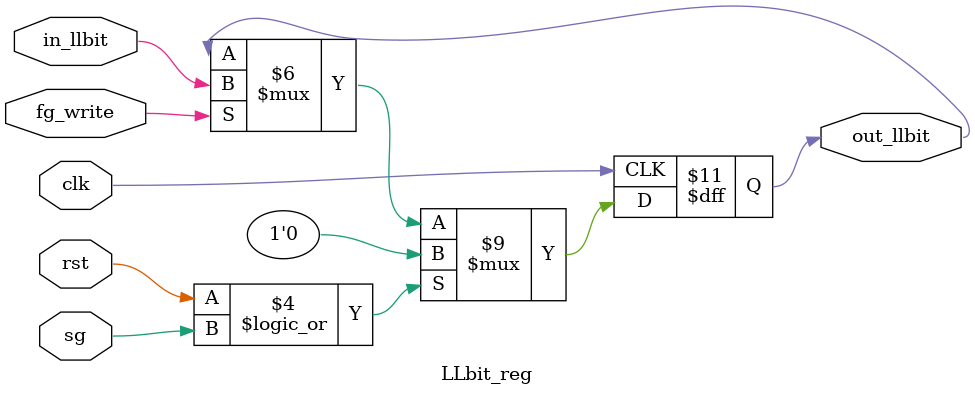
<source format=v>
module LLbit_reg(clk, rst, sg, in_llbit, fg_write, out_llbit);
input wire clk, rst, sg, in_llbit, fg_write;
output reg out_llbit;

	always @(posedge clk)
	begin
		if((rst == 1'b1) || (sg == 1'b1)) begin out_llbit <= 1'b0;
		end else if(fg_write == 1'b1) begin out_llbit <= in_llbit; end
	end

endmodule
</source>
